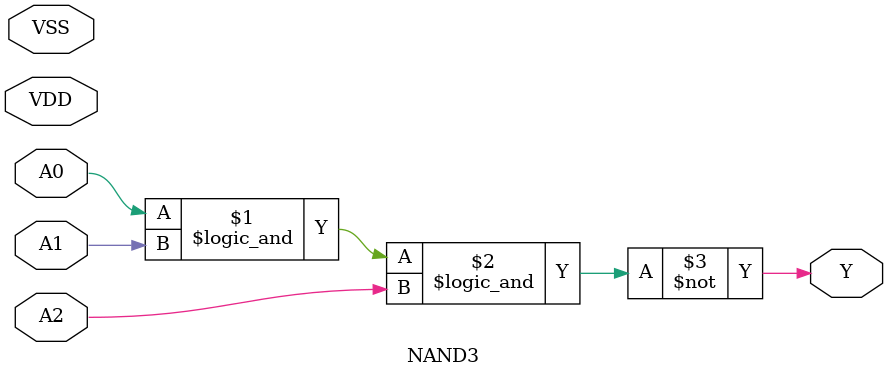
<source format=v>
module NAND3(Y, A0, A1, A2, VDD, VSS );
  input A0, A1, A2;
  output Y;
  inout VDD, VSS;

  assign Y=~(A0 && A1 && A2);
endmodule

</source>
